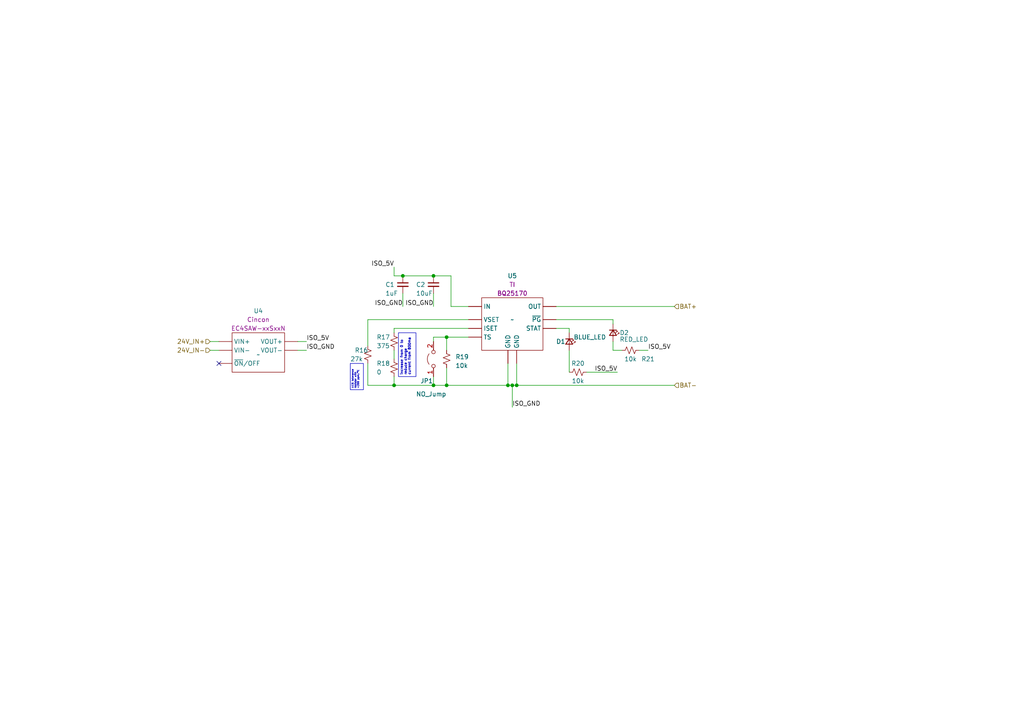
<source format=kicad_sch>
(kicad_sch (version 20230121) (generator eeschema)
  (paper "A4")
  (lib_symbols
    (symbol "BQ25170_1" (pin_numbers hide)
      (property "Reference" "U" (at 0 8.89 0))
      (property "Manufacturer" "TI" (at 0 0 0))
      (property "Part #" "BQ25170" (at 0 0 0))
      (symbol "BQ25170_1_0_1"
        (rectangle (start -8.89 7.62) (end 8.89 -7.62))
      )
      (symbol "BQ25170_1_1_1"
        (pin power_in line (at -12.7 5.08 0) (length 3.81) (name "IN") (number "1"))
        (pin input line (at -12.7 -1.27 0) (length 3.81) (name "ISET") (number "2"))
        (pin input line (at -12.7 -3.81 0) (length 3.81) (name "TS") (number "3"))
        (pin power_in line (at -1.27 -11.43 90) (length 3.81) (name "GND") (number "4"))
        (pin output line (at 12.7 -1.27 180) (length 3.81) (name "STAT") (number "5"))
        (pin output line (at 12.7 1.27 180) (length 3.81) (name "~{PG}") (number "6"))
        (pin input line (at -12.7 1.27 0) (length 3.81) (name "VSET") (number "7"))
        (pin power_out line (at 12.7 5.08 180) (length 3.81) (name "OUT") (number "8"))
        (pin power_in line (at 1.27 -11.43 90) (length 3.81) (name "GND") (number "9"))
      )
    )
    (symbol "Device:C_Small" (pin_numbers hide) (pin_names (offset 0.254) hide)
      (property "Reference" "C" (at 0.254 1.778 0))
      (property "Value" "C_Small" (at 0.254 -2.032 0))
      (symbol "C_Small_0_1"
        (polyline (pts (xy -1.524 -0.508) (xy 1.524 -0.508)) (stroke (width 0.3302)))
        (polyline (pts (xy -1.524 0.508) (xy 1.524 0.508)) (stroke (width 0.3048)))
      )
      (symbol "C_Small_1_1"
        (pin passive line (at 0 2.54 270) (length 2.032) (name "~") (number "1"))
        (pin passive line (at 0 -2.54 90) (length 2.032) (name "~") (number "2"))
      )
    )
    (symbol "Device:LED_Small" (pin_numbers hide) (pin_names (offset 0.254) hide)
      (property "Reference" "D" (at -1.27 3.175 0))
      (property "Value" "LED_Small" (at -4.445 -2.54 0))
      (symbol "LED_Small_0_1"
        (polyline (pts (xy -0.762 -1.016) (xy -0.762 1.016)) (stroke (width 0.254)))
        (polyline (pts (xy 1.016 0) (xy -0.762 0)))
        (polyline (pts (xy 0.762 -1.016) (xy -0.762 0) (xy 0.762 1.016) (xy 0.762 -1.016)) (stroke (width 0.254)))
        (polyline (pts (xy 0 0.762) (xy -0.508 1.27) (xy -0.254 1.27) (xy -0.508 1.27) (xy -0.508 1.016)))
        (polyline (pts (xy 0.508 1.27) (xy 0 1.778) (xy 0.254 1.778) (xy 0 1.778) (xy 0 1.524)))
      )
      (symbol "LED_Small_1_1"
        (pin passive line (at -2.54 0 0) (length 1.778) (name "K") (number "1"))
        (pin passive line (at 2.54 0 180) (length 1.778) (name "A") (number "2"))
      )
    )
    (symbol "Device:R_Small_US" (pin_numbers hide) (pin_names (offset 0.254) hide)
      (property "Reference" "R" (at 0.762 0.508 0))
      (property "Value" "R_Small_US" (at 0.762 -1.016 0))
      (symbol "R_Small_US_1_1"
        (polyline (pts (xy 0 0) (xy 1.016 -0.381) (xy 0 -0.762) (xy -1.016 -1.143) (xy 0 -1.524)))
        (polyline (pts (xy 0 1.524) (xy 1.016 1.143) (xy 0 0.762) (xy -1.016 0.381) (xy 0 0)))
        (pin passive line (at 0 2.54 270) (length 1.016) (name "~") (number "1"))
        (pin passive line (at 0 -2.54 90) (length 1.016) (name "~") (number "2"))
      )
    )
    (symbol "Jumper:Jumper_2_Open" (pin_names (offset 0) hide)
      (property "Reference" "JP" (at 0 2.794 0))
      (property "Value" "Jumper_2_Open" (at 0 -2.286 0))
      (symbol "Jumper_2_Open_0_0"
        (circle (center -2.032 0) (radius 0.508))
        (circle (center 2.032 0) (radius 0.508))
      )
      (symbol "Jumper_2_Open_0_1"
        (arc (start 1.524 1.27) (mid 0 1.778) (end -1.524 1.27))
      )
      (symbol "Jumper_2_Open_1_1"
        (pin passive line (at -5.08 0 0) (length 2.54) (name "A") (number "1"))
        (pin passive line (at 5.08 0 180) (length 2.54) (name "B") (number "2"))
      )
    )
    (symbol "UCIRP-KiCAD-Lib:EC4SAW-xxSxxN" (pin_numbers hide)
      (property "Reference" "U" (at 0 6.35 0))
      (property "Manufacturer" "Cincon" (at 0 0 0))
      (property "Part #" "EC4SAW-xxSxxN" (at 0 0 0))
      (symbol "EC4SAW-xxSxxN_0_1"
        (rectangle (start -7.62 5.08) (end 7.62 -6.35))
      )
      (symbol "EC4SAW-xxSxxN_1_1"
        (pin power_in line (at -11.43 0 0) (length 3.81) (name "VIN-") (number "1"))
        (pin power_in line (at -11.43 2.54 0) (length 3.81) (name "VIN+") (number "2"))
        (pin input line (at -11.43 -3.81 0) (length 3.81) (name "~{ON}/OFF") (number "3"))
        (pin no_connect line (at 0 0 0) (length 3.81) hide (name "") (number "5"))
        (pin power_out line (at 11.43 2.54 180) (length 3.81) (name "VOUT+") (number "6"))
        (pin power_out line (at 11.43 0 180) (length 3.81) (name "VOUT-") (number "7"))
        (pin no_connect line (at 0 0 0) (length 3.81) hide (name "") (number "8"))
      )
    )
  )
  (junction (at 129.54 111.76))
  (junction (at 114.3 111.76))
  (junction (at 149.86 111.76))
  (junction (at 147.32 111.76))
  (junction (at 148.59 111.76))
  (junction (at 129.54 97.79))
  (junction (at 125.73 111.76))
  (junction (at 125.73 80.01))
  (junction (at 116.84 80.01))
  (no_connect (at 63.5 105.41))
  (wire (pts (xy 177.8 92.71) (xy 177.8 93.98)))
  (wire (pts (xy 129.54 111.76) (xy 147.32 111.76)))
  (wire (pts (xy 114.3 111.76) (xy 125.73 111.76)))
  (wire (pts (xy 147.32 111.76) (xy 148.59 111.76)))
  (wire (pts (xy 148.59 111.76) (xy 148.59 118.11)))
  (wire (pts (xy 149.86 105.41) (xy 149.86 111.76)))
  (wire (pts (xy 125.73 111.76) (xy 129.54 111.76)))
  (wire (pts (xy 165.1 95.25) (xy 165.1 96.52)))
  (wire (pts (xy 125.73 85.09) (xy 125.73 88.9)))
  (wire (pts (xy 106.68 92.71) (xy 106.68 100.33)))
  (wire (pts (xy 125.73 80.01) (xy 130.81 80.01)))
  (wire (pts (xy 179.07 107.95) (xy 170.18 107.95)))
  (wire (pts (xy 114.3 95.25) (xy 135.89 95.25)))
  (wire (pts (xy 161.29 95.25) (xy 165.1 95.25)))
  (wire (pts (xy 60.96 101.6) (xy 63.5 101.6)))
  (wire (pts (xy 149.86 111.76) (xy 195.58 111.76)))
  (wire (pts (xy 185.42 101.6) (xy 187.96 101.6)))
  (wire (pts (xy 129.54 97.79) (xy 129.54 101.6)))
  (wire (pts (xy 130.81 80.01) (xy 130.81 88.9)))
  (wire (pts (xy 106.68 111.76) (xy 114.3 111.76)))
  (wire (pts (xy 116.84 80.01) (xy 125.73 80.01)))
  (wire (pts (xy 161.29 92.71) (xy 177.8 92.71)))
  (wire (pts (xy 114.3 77.47) (xy 114.3 80.01)))
  (wire (pts (xy 135.89 92.71) (xy 106.68 92.71)))
  (wire (pts (xy 165.1 101.6) (xy 165.1 107.95)))
  (wire (pts (xy 125.73 109.22) (xy 125.73 111.76)))
  (wire (pts (xy 177.8 99.06) (xy 177.8 101.6)))
  (wire (pts (xy 129.54 106.68) (xy 129.54 111.76)))
  (wire (pts (xy 106.68 105.41) (xy 106.68 111.76)))
  (wire (pts (xy 114.3 101.6) (xy 114.3 104.14)))
  (wire (pts (xy 116.84 88.9) (xy 116.84 85.09)))
  (wire (pts (xy 86.36 101.6) (xy 88.9 101.6)))
  (wire (pts (xy 148.59 111.76) (xy 149.86 111.76)))
  (wire (pts (xy 114.3 95.25) (xy 114.3 96.52)))
  (wire (pts (xy 147.32 105.41) (xy 147.32 111.76)))
  (wire (pts (xy 130.81 88.9) (xy 135.89 88.9)))
  (wire (pts (xy 177.8 101.6) (xy 180.34 101.6)))
  (wire (pts (xy 86.36 99.06) (xy 88.9 99.06)))
  (wire (pts (xy 161.29 88.9) (xy 195.58 88.9)))
  (wire (pts (xy 114.3 80.01) (xy 116.84 80.01)))
  (wire (pts (xy 129.54 97.79) (xy 125.73 97.79)))
  (wire (pts (xy 135.89 97.79) (xy 129.54 97.79)))
  (wire (pts (xy 114.3 109.22) (xy 114.3 111.76)))
  (wire (pts (xy 60.96 99.06) (xy 63.5 99.06)))
  (wire (pts (xy 125.73 97.79) (xy 125.73 99.06)))
  (text_box "increase from 0 to reduce charge current from 800ma" (at 115.57 96.52 90) (size 5.08 12.7) (effects (font (size 0.7 0.7)) (justify left top)))
  (text_box "±1% tolerance resistor with <200 ppm/ºC" (at 101.6 113.03 90) (size 3.81 -7.62) (effects (font (size 0.5 0.5)) (justify left top)))
  (label "ISO_5V" (at 179.07 107.95 180))
  (label "ISO_GND" (at 148.59 118.11 0))
  (label "ISO_GND" (at 125.73 88.9 180))
  (label "ISO_5V" (at 114.3 77.47 180))
  (label "ISO_GND" (at 88.9 101.6 0))
  (label "ISO_GND" (at 116.84 88.9 180))
  (label "ISO_5V" (at 88.9 99.06 0))
  (label "ISO_5V" (at 187.96 101.6 0))
  (hierarchical_label "24V_IN+" (shape input) (at 60.96 99.06 180))
  (hierarchical_label "BAT-" (shape input) (at 195.58 111.76 0))
  (hierarchical_label "24V_IN-" (shape input) (at 60.96 101.6 180))
  (hierarchical_label "BAT+" (shape input) (at 195.58 88.9 0))
  (symbol (lib_id "Device:R_Small_US") (at 114.3 106.68 180) (unit 1)
    (property "Reference" "R18" (at 109.22 105.41 0) (effects (justify right)))
    (property "Value" "0" (at 109.22 107.95 0) (effects (justify right)))
    (property "Footprint" "Resistor_SMD:R_1206_3216Metric_Pad1.30x1.75mm_HandSolder" (effects hide))
    (property "Manufacturer" "Generic" (effects hide))
    (instances (project "rocket2-battery" (path "" (reference "R18") (unit 1)) (path "" (reference "R24") (unit 1)) (path "" (reference "R30") (unit 1)) (path "" (reference "R48") (unit 1)) (path "" (reference "R36") (unit 1)) (path "" (reference "R42") (unit 1))))
  )
  (symbol (lib_id "Jumper:Jumper_2_Open") (at 125.73 104.14 90) (unit 1)
    (property "Reference" "JP1" (at 121.92 110.49 90) (effects (justify right)))
    (property "Value" "NO_Jump" (at 120.65 114.3 90) (effects (justify right)))
    (property "Footprint" "Connector_PinHeader_2.54mm:PinHeader_1x02_P2.54mm_Vertical" (effects hide))
    (property "Manufacturer" "Generic" (effects hide))
    (instances (project "rocket2-battery" (path "" (reference "JP1") (unit 1)) (path "" (reference "JP1") (unit 1)) (path "" (reference "JP2") (unit 1)) (path "" (reference "JP3") (unit 1)) (path "" (reference "JP6") (unit 1)) (path "" (reference "JP4") (unit 1)) (path "" (reference "JP5") (unit 1))))
  )
  (symbol (lib_id "UCIRP-KiCAD-Lib:EC4SAW-xxSxxN") (at 74.93 101.6 0) (unit 1)
    (property "Reference" "U4" (at 74.93 90.17 0))
    (property "Value" "~" (at 74.93 102.87 0))
    (property "Footprint" "Package_SIP:SIP-8_19x3mm_P2.54mm" (effects hide))
    (property "Datasheet" "https://www.cincon.com/productdownload/Datasheet-EC4SAW-series.pdf" (effects hide))
    (property "Manufacturer" "Cincon" (at 74.93 92.71 0))
    (property "Part #" "EC4SAW-xxSxxN" (at 74.93 95.25 0))
    (instances (project "rocket2-battery" (path "" (reference "U4") (unit 1)) (path "" (reference "U6") (unit 1)) (path "" (reference "U8") (unit 1)) (path "" (reference "U10") (unit 1)) (path "" (reference "U12") (unit 1)) (path "" (reference "U14") (unit 1))))
  )
  (symbol (lib_id "Device:R_Small_US") (at 182.88 101.6 90) (unit 1)
    (property "Reference" "R21" (at 187.96 104.14 90))
    (property "Value" "10k" (at 182.88 104.14 90))
    (property "Footprint" "Resistor_SMD:R_0603_1608Metric_Pad0.98x0.95mm_HandSolder" (effects hide))
    (property "Manufacturer" "Generic" (effects hide))
    (instances (project "rocket2-battery" (path "" (reference "R21") (unit 1)) (path "" (reference "R27") (unit 1)) (path "" (reference "R33") (unit 1)) (path "" (reference "R51") (unit 1)) (path "" (reference "R39") (unit 1)) (path "" (reference "R45") (unit 1))))
  )
  (symbol (lib_id "Device:C_Small") (at 116.84 82.55 0) (unit 1)
    (property "Reference" "C1" (at 111.76 82.55 0) (effects (justify left)))
    (property "Value" "1uF" (at 111.76 85.09 0) (effects (justify left)))
    (property "Footprint" "Capacitor_SMD:C_0603_1608Metric_Pad1.08x0.95mm_HandSolder" (effects hide))
    (property "Manufacturer" "Generic" (effects hide))
    (instances (project "rocket2-battery" (path "" (reference "C1") (unit 1)) (path "" (reference "C11") (unit 1)) (path "" (reference "C13") (unit 1)) (path "" (reference "C15") (unit 1)) (path "" (reference "C21") (unit 1)) (path "" (reference "C17") (unit 1)) (path "" (reference "C19") (unit 1))))
  )
  (symbol (lib_id "Device:R_Small_US") (at 167.64 107.95 90) (unit 1)
    (property "Reference" "R20" (at 167.64 105.41 90))
    (property "Value" "10k" (at 167.64 110.49 90))
    (property "Footprint" "Resistor_SMD:R_0603_1608Metric_Pad0.98x0.95mm_HandSolder" (effects hide))
    (property "Manufacturer" "Generic" (effects hide))
    (instances (project "rocket2-battery" (path "" (reference "R20") (unit 1)) (path "" (reference "R26") (unit 1)) (path "" (reference "R32") (unit 1)) (path "" (reference "R50") (unit 1)) (path "" (reference "R38") (unit 1)) (path "" (reference "R44") (unit 1))))
  )
  (symbol (lib_id "Device:R_Small_US") (at 106.68 102.87 0) (unit 1)
    (property "Reference" "R16" (at 102.87 101.6 0) (effects (justify left)))
    (property "Value" "27k" (at 101.6 104.14 0) (effects (justify left)))
    (property "Footprint" "Resistor_SMD:R_0603_1608Metric_Pad0.98x0.95mm_HandSolder" (effects hide))
    (property "Datasheet" "https://www.bourns.com/docs/product-datasheets/cr.pdf?sfvrsn=574d41f6_14" (effects hide))
    (property "Manufacturer" "Bourns" (effects hide))
    (property "Part #" "CR0603-FX-2702ELF" (effects hide))
    (instances (project "rocket2-battery" (path "" (reference "R16") (unit 1)) (path "" (reference "R22") (unit 1)) (path "" (reference "R28") (unit 1)) (path "" (reference "R46") (unit 1)) (path "" (reference "R34") (unit 1)) (path "" (reference "R40") (unit 1))))
  )
  (symbol (lib_id "Device:R_Small_US") (at 129.54 104.14 0) (unit 1)
    (property "Reference" "R19" (at 132.08 103.505 0) (effects (justify left)))
    (property "Value" "10k" (at 132.08 106.045 0) (effects (justify left)))
    (property "Footprint" "Resistor_SMD:R_0603_1608Metric_Pad0.98x0.95mm_HandSolder" (effects hide))
    (property "Manufacturer" "Generic" (effects hide))
    (instances (project "rocket2-battery" (path "" (reference "R19") (unit 1)) (path "" (reference "R25") (unit 1)) (path "" (reference "R31") (unit 1)) (path "" (reference "R49") (unit 1)) (path "" (reference "R37") (unit 1)) (path "" (reference "R43") (unit 1))))
  )
  (symbol (lib_id "Device:R_Small_US") (at 114.3 99.06 180) (unit 1)
    (property "Reference" "R17" (at 109.22 97.79 0) (effects (justify right)))
    (property "Value" "375" (at 109.22 100.33 0) (effects (justify right)))
    (property "Footprint" "Resistor_SMD:R_0603_1608Metric_Pad0.98x0.95mm_HandSolder" (effects hide))
    (property "Manufacturer" "Generic" (effects hide))
    (instances (project "rocket2-battery" (path "" (reference "R17") (unit 1)) (path "" (reference "R23") (unit 1)) (path "" (reference "R29") (unit 1)) (path "" (reference "R47") (unit 1)) (path "" (reference "R35") (unit 1)) (path "" (reference "R41") (unit 1))))
  )
  (symbol (lib_name "BQ25170_1") (lib_id "UCIRP-KiCAD-Lib:BQ25170") (at 148.59 93.98 0) (unit 1)
    (property "Reference" "U5" (at 148.59 80.01 0))
    (property "Value" "~" (at 148.59 92.71 0))
    (property "Footprint" "Package_SON:WSON-8-1EP_2x2mm_P0.5mm_EP0.9x1.6mm" (effects hide))
    (property "Datasheet" "https://www.ti.com/lit/ds/symlink/bq25170.pdf" (effects hide))
    (property "Manufacturer" "TI" (at 148.59 82.55 0))
    (property "Part #" "BQ25170" (at 148.59 85.09 0))
    (instances (project "rocket2-battery" (path "" (reference "U5") (unit 1)) (path "" (reference "U7") (unit 1)) (path "" (reference "U9") (unit 1)) (path "" (reference "U11") (unit 1)) (path "" (reference "U13") (unit 1)) (path "" (reference "U15") (unit 1))))
  )
  (symbol (lib_id "Device:C_Small") (at 125.73 82.55 0) (unit 1)
    (property "Reference" "C2" (at 120.65 82.55 0) (effects (justify left)))
    (property "Value" "10uF" (at 120.65 85.09 0) (effects (justify left)))
    (property "Footprint" "Capacitor_SMD:C_0603_1608Metric_Pad1.08x0.95mm_HandSolder" (effects hide))
    (property "Manufacturer" "Generic" (effects hide))
    (instances (project "rocket2-battery" (path "" (reference "C2") (unit 1)) (path "" (reference "C12") (unit 1)) (path "" (reference "C14") (unit 1)) (path "" (reference "C16") (unit 1)) (path "" (reference "C22") (unit 1)) (path "" (reference "C18") (unit 1)) (path "" (reference "C20") (unit 1))))
  )
  (symbol (lib_id "Device:LED_Small") (at 165.1 99.06 270) (unit 1)
    (property "Reference" "D1" (at 161.29 99.06 90) (effects (justify left)))
    (property "Value" "BLUE_LED" (at 166.37 97.79 90) (effects (justify left)))
    (property "Footprint" "LED_SMD:LED_0603_1608Metric_Pad1.05x0.95mm_HandSolder" (effects hide))
    (property "Manufacturer" "Generic" (effects hide))
    (instances (project "rocket2-battery" (path "" (reference "D1") (unit 1)) (path "" (reference "D5") (unit 1)) (path "" (reference "D7") (unit 1)) (path "" (reference "D9") (unit 1)) (path "" (reference "D15") (unit 1)) (path "" (reference "D11") (unit 1)) (path "" (reference "D13") (unit 1))))
  )
  (symbol (lib_id "Device:LED_Small") (at 177.8 96.52 270) (unit 1)
    (property "Reference" "D2" (at 179.705 96.52 90) (effects (justify left)))
    (property "Value" "RED_LED" (at 179.705 98.425 90) (effects (justify left)))
    (property "Footprint" "LED_SMD:LED_0603_1608Metric_Pad1.05x0.95mm_HandSolder" (effects hide))
    (property "Manufacturer" "Generic" (effects hide))
    (instances (project "rocket2-battery" (path "" (reference "D2") (unit 1)) (path "" (reference "D6") (unit 1)) (path "" (reference "D8") (unit 1)) (path "" (reference "D10") (unit 1)) (path "" (reference "D16") (unit 1)) (path "" (reference "D12") (unit 1)) (path "" (reference "D14") (unit 1))))
  )
)
</source>
